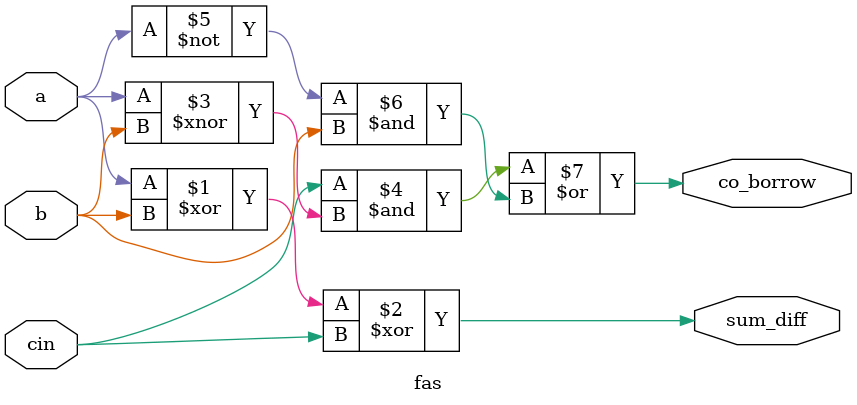
<source format=v>
module fas(a,b,cin,sum_diff,co_borrow);
input a,b,cin;
output sum_diff,co_borrow;

`ifdef dataflow 


assign sum_diff=a^b^cin;
assign co_borrow=(a&b)|(a&cin)|(b&cin);


`else 

assign sum_diff=a^b^cin;
assign co_borrow=(cin&(a~^b))|(~a&b);

 //Bin (A XOR B)? + A?B
/*
xor x1(s1,a,b), x2(sum,s1,cin);
and g1(c1,a,b), g2(c2,a,cin), g3(c3,b,cin);
or(co,c1,c2,c3);
*/
`endif


endmodule

</source>
